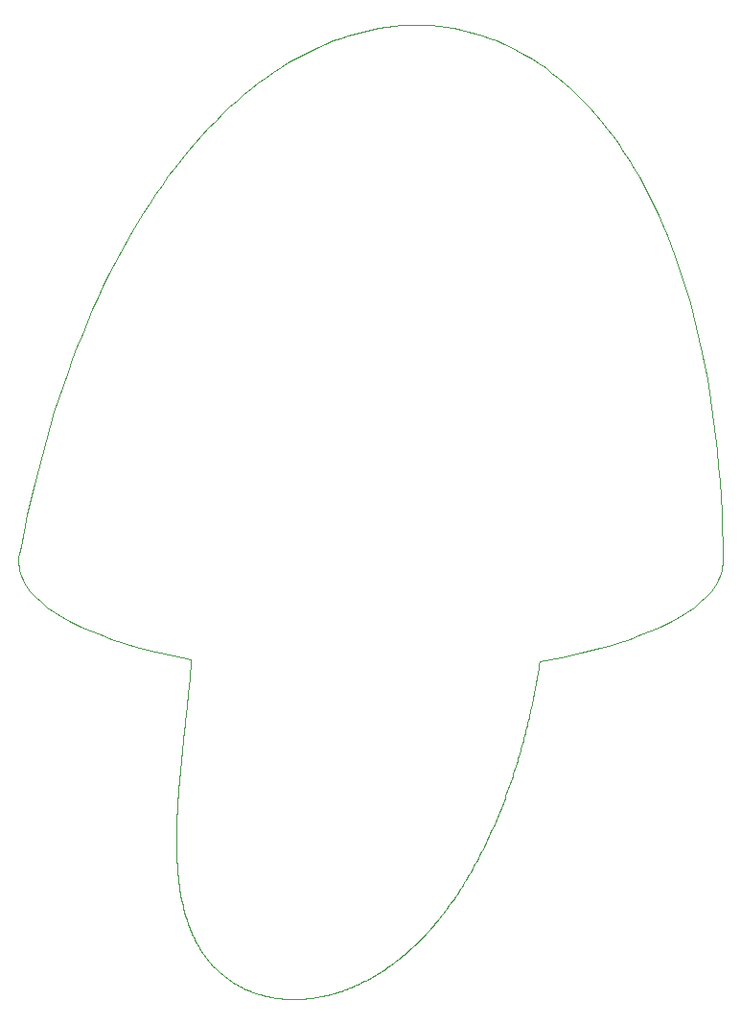
<source format=gbr>
%TF.GenerationSoftware,KiCad,Pcbnew,7.0.1*%
%TF.CreationDate,2023-05-31T17:56:53-07:00*%
%TF.ProjectId,GameOfShrooms2023,47616d65-4f66-4536-9872-6f6f6d733230,rev?*%
%TF.SameCoordinates,Original*%
%TF.FileFunction,Profile,NP*%
%FSLAX46Y46*%
G04 Gerber Fmt 4.6, Leading zero omitted, Abs format (unit mm)*
G04 Created by KiCad (PCBNEW 7.0.1) date 2023-05-31 17:56:53*
%MOMM*%
%LPD*%
G01*
G04 APERTURE LIST*
%TA.AperFunction,Profile*%
%ADD10C,0.100000*%
%TD*%
G04 APERTURE END LIST*
D10*
X153759900Y-123854000D02*
X153870600Y-123684300D01*
X145031200Y-131918000D02*
X145175600Y-131849400D01*
X152702200Y-47512170D02*
X152046400Y-47430090D01*
X139508100Y-133277900D02*
X139651000Y-133273900D01*
X132319800Y-130573400D02*
X132416600Y-130668700D01*
X171656700Y-100391000D02*
X172470800Y-99989900D01*
X140706300Y-49606490D02*
X140043300Y-49943560D01*
X155928900Y-48273170D02*
X155291400Y-48074300D01*
X128867800Y-119862900D02*
X128871100Y-120056300D01*
X156686800Y-118456500D02*
X156776900Y-118254200D01*
X129550200Y-125489100D02*
X129592500Y-125644400D01*
X154649700Y-47898740D02*
X154004000Y-47746510D01*
X138798700Y-133273900D02*
X138939900Y-133277900D01*
X140514600Y-133212200D02*
X140659400Y-133196000D01*
X125421600Y-64765000D02*
X124897100Y-65647800D01*
X129537600Y-109885600D02*
X129513800Y-110109800D01*
X156035300Y-119844300D02*
X156130600Y-119649000D01*
X172934000Y-67777200D02*
X172577800Y-66820200D01*
X144306500Y-132236000D02*
X144451700Y-132175800D01*
X116330100Y-87857600D02*
X116015200Y-89195400D01*
X130208300Y-127401300D02*
X130268700Y-127538500D01*
X173923800Y-99144300D02*
X174559100Y-98700200D01*
X116657200Y-86541400D02*
X116330100Y-87857600D01*
X138658100Y-133267900D02*
X138798700Y-133273900D01*
X139651000Y-133273900D02*
X139794300Y-133267900D01*
X121258700Y-100777200D02*
X122183200Y-101148300D01*
X143431900Y-132562500D02*
X143577900Y-132512400D01*
X136740900Y-133001900D02*
X136874100Y-133032200D01*
X138099900Y-133226700D02*
X138238700Y-133239500D01*
X140081500Y-133250900D02*
X140225700Y-133239700D01*
X175962500Y-79808400D02*
X175759000Y-78600700D01*
X129585400Y-109437000D02*
X129561600Y-109661300D01*
X131945700Y-130175900D02*
X132037400Y-130277800D01*
X129824900Y-126400700D02*
X129875400Y-126548000D01*
X174796500Y-73997900D02*
X174520000Y-72904200D01*
X132514500Y-130762300D02*
X132613600Y-130854500D01*
X131101600Y-129069500D02*
X131179900Y-129187300D01*
X138067400Y-51093320D02*
X137414100Y-51522700D01*
X145319700Y-131779100D02*
X145463700Y-131707300D01*
X148000500Y-130134200D02*
X148137900Y-130031500D01*
X129306500Y-112114200D02*
X129284600Y-112335100D01*
X177091100Y-95160700D02*
X177124500Y-94881600D01*
X149749200Y-128677400D02*
X149880300Y-128554500D01*
X151034300Y-127380900D02*
X151159500Y-127243000D01*
X131179900Y-129187300D02*
X131259600Y-129303500D01*
X129052800Y-114947700D02*
X129036600Y-115161700D01*
X130660100Y-128331000D02*
X130730200Y-128457900D01*
X129875400Y-126548000D02*
X129927300Y-126693600D01*
X129104400Y-114302300D02*
X129086700Y-114518000D01*
X152046400Y-47430090D02*
X151387800Y-47371430D01*
X129200300Y-123863700D02*
X129229400Y-124032000D01*
X148817800Y-129494700D02*
X148952300Y-129382500D01*
X128992000Y-115799300D02*
X128978400Y-116010400D01*
X134007500Y-131897500D02*
X134122200Y-131965900D01*
X137823600Y-133195600D02*
X137961400Y-133212000D01*
X174520000Y-72904200D02*
X174229600Y-71833200D01*
X129592500Y-125644400D02*
X129636300Y-125798400D01*
X154198700Y-123168100D02*
X154306600Y-122993500D01*
X114925500Y-94277900D02*
X114909600Y-94599300D01*
X153196400Y-124682200D02*
X153310400Y-124519100D01*
X114920800Y-94881500D02*
X114954200Y-95160600D01*
X129074300Y-123003600D02*
X129097000Y-123178100D01*
X130024500Y-105176500D02*
X130003300Y-105399100D01*
X133780900Y-131755800D02*
X133893700Y-131827600D01*
X153354800Y-47617650D02*
X152702200Y-47512170D01*
X115593800Y-96766100D02*
X115769200Y-97021400D01*
X124187900Y-101844400D02*
X125576300Y-102254600D01*
X118121500Y-99144200D02*
X118818200Y-99574100D01*
X134238100Y-132032600D02*
X134354900Y-132097400D01*
X152616400Y-125477000D02*
X152733600Y-125320900D01*
X157799100Y-115759700D02*
X157879300Y-115546800D01*
X134591500Y-132221900D02*
X134711000Y-132281700D01*
X176853000Y-87532800D02*
X176745100Y-86188500D01*
X115046000Y-93647600D02*
X114971700Y-93960700D01*
X129490100Y-110333400D02*
X129466500Y-110557100D01*
X157042600Y-117642300D02*
X157129700Y-117436500D01*
X140949400Y-133158100D02*
X141094800Y-133136800D01*
X159119300Y-111827700D02*
X159184700Y-111604400D01*
X129032400Y-122651100D02*
X129052800Y-122828100D01*
X175641300Y-97764900D02*
X175870500Y-97520900D01*
X128152800Y-60676900D02*
X127592800Y-61451100D01*
X145384200Y-47895460D02*
X144713800Y-48070290D01*
X114971700Y-93960700D02*
X114925500Y-94277900D01*
X171828500Y-64974500D02*
X171435800Y-64085900D01*
X157386600Y-116813800D02*
X157470600Y-116604600D01*
X133449000Y-131530300D02*
X133558600Y-131607100D01*
X130190800Y-103311600D02*
X130182600Y-103412000D01*
X153870600Y-123684300D02*
X153980700Y-123513500D01*
X167403200Y-57113500D02*
X166903800Y-56452900D01*
X155291400Y-48074300D02*
X154649700Y-47898740D01*
X128865400Y-119668400D02*
X128867800Y-119862900D01*
X129980800Y-126838000D02*
X130035500Y-126980900D01*
X176944100Y-88900000D02*
X176853000Y-87532800D01*
X143723800Y-132460400D02*
X143869600Y-132406800D01*
X128864200Y-119472900D02*
X128865400Y-119668400D01*
X149353200Y-129037000D02*
X149485700Y-128918500D01*
X164271300Y-53493400D02*
X163719400Y-52970400D01*
X128924400Y-121380700D02*
X128936300Y-121565700D01*
X162592600Y-51993420D02*
X162018100Y-51539510D01*
X158492300Y-113817200D02*
X158565100Y-113598100D01*
X128888300Y-117874900D02*
X128882200Y-118077900D01*
X129122700Y-114085700D02*
X129104400Y-114302300D01*
X156562000Y-48495340D02*
X155928900Y-48273170D01*
X129937600Y-106068700D02*
X129915300Y-106292400D01*
X160942900Y-103486800D02*
X162806900Y-103133600D01*
X176480000Y-83568100D02*
X176323200Y-82292100D01*
X127044600Y-102635500D02*
X128585400Y-102987700D01*
X151777400Y-126532200D02*
X151899200Y-126385500D01*
X176620700Y-84866900D02*
X176480000Y-83568100D01*
X176959700Y-95709400D02*
X177036000Y-95436700D01*
X144161100Y-132294700D02*
X144306500Y-132236000D01*
X129241900Y-112775800D02*
X129221100Y-112995500D01*
X118468300Y-80284900D02*
X118083400Y-81492900D01*
X175870500Y-97520900D02*
X176082300Y-97273100D01*
X135473600Y-52948900D02*
X134834000Y-53470300D01*
X159053000Y-112050600D02*
X159119300Y-111827700D01*
X128941600Y-116639200D02*
X128930800Y-116847100D01*
X177135700Y-94596400D02*
X177114200Y-93138200D01*
X128895100Y-120819500D02*
X128903700Y-121007800D01*
X137007900Y-133060800D02*
X137142400Y-133087500D01*
X176745200Y-96244800D02*
X176862600Y-95978800D01*
X140804400Y-133177900D02*
X140949400Y-133158100D01*
X152379900Y-125785600D02*
X152498300Y-125631900D01*
X141823700Y-133003900D02*
X141969800Y-132972100D01*
X160446200Y-106411900D02*
X160490000Y-106186100D01*
X129509200Y-125332300D02*
X129550200Y-125489100D01*
X130801700Y-128583300D02*
X130874700Y-128707100D01*
X129013500Y-122473100D02*
X129032400Y-122651100D01*
X174559100Y-98700200D02*
X175132300Y-98240800D01*
X130126200Y-104069800D02*
X130106600Y-104290300D01*
X156954900Y-117847300D02*
X157042600Y-117642300D01*
X128995600Y-122294000D02*
X129013500Y-122473100D01*
X149398600Y-47335410D02*
X148731800Y-47370460D01*
X116996300Y-85246800D02*
X116657200Y-86541400D01*
X158848900Y-112716800D02*
X158917700Y-112495200D01*
X160615800Y-105510400D02*
X160655800Y-105285900D01*
X149220000Y-129153600D02*
X149353200Y-129037000D01*
X159735000Y-109580300D02*
X159791800Y-109354200D01*
X163719400Y-52970400D02*
X163159800Y-52470400D01*
X158115200Y-114903000D02*
X158192200Y-114687100D01*
X129775600Y-126252300D02*
X129824900Y-126400700D01*
X134122200Y-131965900D02*
X134238100Y-132032600D01*
X128585400Y-102987700D02*
X130190800Y-103311600D01*
X150781800Y-127652100D02*
X150908300Y-127517200D01*
X134198600Y-54014700D02*
X133567400Y-54582000D01*
X152498300Y-125631900D02*
X152616400Y-125477000D01*
X142262100Y-132903800D02*
X142408300Y-132867200D01*
X159847600Y-109128000D02*
X159902700Y-108901800D01*
X152850400Y-125163100D02*
X152966400Y-125004200D01*
X139081300Y-133279900D02*
X139223400Y-133280900D01*
X145607400Y-131633600D02*
X145750700Y-131558500D01*
X120114400Y-75669300D02*
X119687300Y-76790700D01*
X150010800Y-128430100D02*
X150140600Y-128304300D01*
X119687300Y-76790700D02*
X119270500Y-77933800D01*
X130149400Y-127262600D02*
X130208300Y-127401300D01*
X146887100Y-130898000D02*
X147027600Y-130808100D01*
X159438100Y-110707600D02*
X159499400Y-110482600D01*
X160848200Y-50700930D02*
X160253300Y-50316310D01*
X129915300Y-106292400D02*
X129892600Y-106516600D01*
X129681300Y-125951000D02*
X129727800Y-126102300D01*
X157301600Y-117022100D02*
X157386600Y-116813800D01*
X128953100Y-116430200D02*
X128941600Y-116639200D01*
X132319100Y-55785300D02*
X131702400Y-56421300D01*
X159956600Y-108675400D02*
X160009800Y-108449000D01*
X148137900Y-130031500D02*
X148274900Y-129927400D01*
X159559600Y-110257400D02*
X159618900Y-110031900D01*
X120998200Y-73491500D02*
X120551400Y-74569600D01*
X129981800Y-105622000D02*
X129960000Y-105845300D01*
X160213000Y-107542800D02*
X160261600Y-107316400D01*
X140370100Y-133226900D02*
X140514600Y-133212200D01*
X146054600Y-47743880D02*
X145384200Y-47895460D01*
X144451700Y-132175800D02*
X144596900Y-132113900D01*
X139223400Y-133280900D02*
X139365600Y-133279900D01*
X115963000Y-97273000D02*
X116174800Y-97520800D01*
X151408500Y-126962900D02*
X151532000Y-126820700D01*
X160875500Y-103946500D02*
X160908700Y-103724900D01*
X161436500Y-51108670D02*
X160848200Y-50700930D01*
X175759000Y-78600700D02*
X175540400Y-77415800D01*
X148063700Y-47428850D02*
X147394600Y-47510560D01*
X162806900Y-103133600D02*
X164585300Y-102741300D01*
X129291400Y-124364700D02*
X129324400Y-124529300D01*
X133340600Y-131451800D02*
X133449000Y-131530300D01*
X128978400Y-116010400D02*
X128965500Y-116220600D01*
X129069500Y-114733300D02*
X129052800Y-114947700D01*
X128875500Y-120248600D02*
X128881000Y-120440100D01*
X148952300Y-129382500D02*
X149086500Y-129268900D01*
X155247500Y-121367400D02*
X155348500Y-121181000D01*
X154413900Y-122817600D02*
X154520600Y-122640600D01*
X129180400Y-113433200D02*
X129160800Y-113651200D01*
X136608500Y-132969900D02*
X136740900Y-133001900D01*
X158418400Y-114035600D02*
X158492300Y-113817200D01*
X130086700Y-104511100D02*
X130066300Y-104732500D01*
X123160200Y-101504200D02*
X124187900Y-101844400D01*
X134831800Y-132339800D02*
X134953200Y-132396000D01*
X131766400Y-129967400D02*
X131855400Y-130072400D01*
X156866300Y-118051200D02*
X156954900Y-117847300D01*
X130948800Y-128829600D02*
X131024600Y-128950300D01*
X155448700Y-120993300D02*
X155548200Y-120804500D01*
X133233300Y-131371400D02*
X133340600Y-131451800D01*
X127039500Y-62247000D02*
X126493100Y-63064600D01*
X129633400Y-108987900D02*
X129609400Y-109212500D01*
X160655800Y-105285900D02*
X160694700Y-105061600D01*
X134472600Y-132160500D02*
X134591500Y-132221900D01*
X151899200Y-126385500D02*
X152020200Y-126237800D01*
X140225700Y-133239700D02*
X140370100Y-133226900D01*
X159376000Y-110932300D02*
X159438100Y-110707600D01*
X133127000Y-131289500D02*
X133233300Y-131371400D01*
X156412000Y-119057300D02*
X156504400Y-118858000D01*
X159791800Y-109354200D02*
X159847600Y-109128000D01*
X141094800Y-133136800D02*
X141240400Y-133113600D01*
X167892900Y-57797000D02*
X167403200Y-57113500D01*
X160253300Y-50316310D02*
X159652200Y-49954840D01*
X155043100Y-121737200D02*
X155145600Y-121552800D01*
X129960000Y-105845300D02*
X129937600Y-106068700D01*
X160806100Y-104391100D02*
X160841400Y-104168500D01*
X132815400Y-131033400D02*
X132918100Y-131120500D01*
X128963700Y-121932100D02*
X128979000Y-122113700D01*
X131678600Y-129860700D02*
X131766400Y-129967400D01*
X149485700Y-128918500D02*
X149617700Y-128798800D01*
X158985700Y-112273200D02*
X159053000Y-112050600D01*
X143869600Y-132406800D02*
X144015400Y-132351700D01*
X156776900Y-118254200D02*
X156866300Y-118051200D01*
X151655100Y-126677200D02*
X151777400Y-126532200D01*
X151284300Y-127103700D02*
X151408500Y-126962900D01*
X137414100Y-51522700D02*
X136763900Y-51975110D01*
X130091700Y-127122500D02*
X130149400Y-127262600D01*
X166271100Y-102311200D02*
X167077100Y-102082400D01*
X154306600Y-122993500D02*
X154413900Y-122817600D01*
X155939400Y-120038500D02*
X156035300Y-119844300D01*
X157129700Y-117436500D02*
X157216200Y-117229600D01*
X138238700Y-133239500D02*
X138378100Y-133250900D01*
X129636300Y-125798400D02*
X129681300Y-125951000D01*
X160532900Y-105960500D02*
X160574800Y-105735400D01*
X129284600Y-112335100D02*
X129263200Y-112555700D01*
X120388600Y-100390900D02*
X121258700Y-100777200D01*
X136763900Y-51975110D02*
X136116900Y-52450500D01*
X147724600Y-130334900D02*
X147862800Y-130235400D01*
X176862600Y-95978800D02*
X176959700Y-95709400D01*
X152140800Y-126088400D02*
X152260600Y-125937700D01*
X150063200Y-47324480D02*
X150064000Y-47323720D01*
X168885100Y-101504300D02*
X169862100Y-101148400D01*
X138723600Y-50686990D02*
X138067400Y-51093320D01*
X142993300Y-132703200D02*
X143139600Y-132658000D01*
X130045600Y-104954300D02*
X130024500Y-105176500D01*
X150726700Y-47336220D02*
X150063200Y-47324480D01*
X128965500Y-116220600D02*
X128953100Y-116430200D01*
X141386000Y-133088700D02*
X141531900Y-133062000D01*
X156504400Y-118858000D02*
X156595900Y-118657600D01*
X118818200Y-99574100D02*
X119574400Y-99989800D01*
X158708600Y-113158500D02*
X158779300Y-112938000D01*
X177135700Y-94597400D02*
X177135700Y-94596400D01*
X115085600Y-95709300D02*
X115182700Y-95978700D01*
X135700700Y-132697400D02*
X135828000Y-132741600D01*
X176451500Y-96766200D02*
X176608000Y-96507300D01*
X148274900Y-129927400D02*
X148411200Y-129821500D01*
X152260600Y-125937700D02*
X152379900Y-125785600D01*
X128887600Y-120630300D02*
X128895100Y-120819500D01*
X144886600Y-131984900D02*
X145031200Y-131918000D01*
X155348500Y-121181000D02*
X155448700Y-120993300D01*
X147585900Y-130432700D02*
X147724600Y-130334900D01*
X128913400Y-121194900D02*
X128924400Y-121380700D01*
X153423800Y-124354800D02*
X153536600Y-124189200D01*
X135075700Y-132450500D02*
X135199000Y-132503300D01*
X115146100Y-93338600D02*
X115046000Y-93647600D01*
X129358700Y-124692600D02*
X129394300Y-124854400D01*
X144015400Y-132351700D02*
X144161100Y-132294700D01*
X169750400Y-60759100D02*
X169301600Y-59984400D01*
X156225100Y-119452700D02*
X156319000Y-119255500D01*
X145750700Y-131558500D02*
X145893800Y-131481700D01*
X171435800Y-64085900D02*
X171031400Y-63220000D01*
X129036600Y-115161700D02*
X129021300Y-115374900D01*
X157636400Y-116183800D02*
X157718100Y-115972100D01*
X146179100Y-131323000D02*
X146321400Y-131241400D01*
X134354900Y-132097400D02*
X134472600Y-132160500D01*
X150064000Y-47323720D02*
X150064000Y-47323720D01*
X121454500Y-72435200D02*
X120998200Y-73491500D01*
X135323200Y-132554500D02*
X135448100Y-132603900D01*
X132940800Y-55172200D02*
X132319100Y-55785300D01*
X129324400Y-124529300D02*
X129358700Y-124692600D01*
X158432300Y-49301400D02*
X157814000Y-49009470D01*
X137277500Y-133112600D02*
X137413200Y-133136000D01*
X158779300Y-112938000D02*
X158848900Y-112716800D01*
X129823600Y-107189500D02*
X129800200Y-107414300D01*
X128930800Y-116847100D02*
X128920600Y-117054400D01*
X128902700Y-117466400D02*
X128895200Y-117671200D01*
X139937800Y-133259900D02*
X140081500Y-133250900D01*
X120551400Y-74569600D02*
X120114400Y-75669300D01*
X122183200Y-101148300D02*
X123160200Y-101504200D01*
X130874700Y-128707100D02*
X130948800Y-128829600D01*
X169301600Y-59984400D02*
X168842300Y-59232500D01*
X137142400Y-133087500D02*
X137277500Y-133112600D01*
X129121000Y-123351300D02*
X129146000Y-123523400D01*
X142037600Y-49001730D02*
X141371200Y-49292540D01*
X173227100Y-99574200D02*
X173923800Y-99144300D01*
X132037400Y-130277800D02*
X132130200Y-130377900D01*
X129146000Y-123523400D02*
X129172600Y-123694100D01*
X119270500Y-77933800D02*
X118864100Y-79098500D01*
X156319000Y-119255500D02*
X156412000Y-119057300D01*
X130003300Y-105399100D02*
X129981800Y-105622000D01*
X148411200Y-129821500D02*
X148547200Y-129714200D01*
X115182700Y-95978700D02*
X115300100Y-96244700D01*
X171031400Y-63220000D02*
X170615500Y-62376900D01*
X130106600Y-104290300D02*
X130086700Y-104511100D01*
X129776700Y-107639000D02*
X129752900Y-107863800D01*
X137961400Y-133212000D02*
X138099900Y-133226700D01*
X115437300Y-96507200D02*
X115593800Y-96766100D01*
X114954200Y-95160600D02*
X115009300Y-95436600D01*
X131702400Y-56421300D02*
X131091100Y-57080200D01*
X157879300Y-115546800D02*
X157958600Y-115332800D01*
X148731800Y-47370460D02*
X148063700Y-47428850D01*
X160490000Y-106186100D02*
X160532900Y-105960500D01*
X157470600Y-116604600D02*
X157553900Y-116394600D01*
X144596900Y-132113900D02*
X144741900Y-132050100D01*
X128865400Y-119079200D02*
X128864200Y-119276400D01*
X129052800Y-122828100D02*
X129074300Y-123003600D01*
X130393500Y-127808500D02*
X130458100Y-127941300D01*
X132130200Y-130377900D02*
X132224500Y-130476600D01*
X129419700Y-111003700D02*
X129396600Y-111226300D01*
X160770100Y-104614200D02*
X160806100Y-104391100D01*
X115712800Y-90554900D02*
X115423000Y-91935900D01*
X141677700Y-133033800D02*
X141823700Y-133003900D01*
X131259600Y-129303500D02*
X131340800Y-129418100D01*
X136874100Y-133032200D02*
X137007900Y-133060800D01*
X159249300Y-111380800D02*
X159313100Y-111156600D01*
X150270000Y-128176700D02*
X150398800Y-128047700D01*
X176150600Y-81038800D02*
X175962500Y-79808400D01*
X138939900Y-133277900D02*
X139081300Y-133279900D01*
X149617700Y-128798800D02*
X149749200Y-128677400D01*
X129609400Y-109212500D02*
X129585400Y-109437000D01*
X153310400Y-124519100D02*
X153423800Y-124354800D01*
X158343700Y-114253400D02*
X158418400Y-114035600D01*
X132613600Y-130854500D02*
X132714000Y-130944800D01*
X129328600Y-111892800D02*
X129306500Y-112114200D01*
X147167800Y-130716800D02*
X147307500Y-130623600D01*
X130591500Y-128202700D02*
X130660100Y-128331000D01*
X140043300Y-49943560D02*
X139382300Y-50303730D01*
X160261600Y-107316400D02*
X160309200Y-107090000D01*
X170188400Y-61556600D02*
X169750400Y-60759100D01*
X128871100Y-120056300D02*
X128875500Y-120248600D01*
X176276100Y-97021500D02*
X176451500Y-96766200D01*
X136215000Y-132863600D02*
X136345500Y-132900600D01*
X160309200Y-107090000D02*
X160355700Y-106863700D01*
X128979000Y-122113700D02*
X128995600Y-122294000D01*
X158917700Y-112495200D02*
X158985700Y-112273200D01*
X160062000Y-108222300D02*
X160113300Y-107995900D01*
X159677600Y-109806300D02*
X159735000Y-109580300D01*
X173925500Y-70785000D02*
X173608100Y-69759700D01*
X146724800Y-47615580D02*
X146054600Y-47743880D01*
X129846700Y-106965200D02*
X129823600Y-107189500D01*
X130035500Y-126980900D02*
X130091700Y-127122500D01*
X151387800Y-47371430D02*
X150726700Y-47336220D01*
X122878500Y-69396100D02*
X122394900Y-70387500D01*
X130524100Y-128072800D02*
X130591500Y-128202700D01*
X135199000Y-132503300D02*
X135323200Y-132554500D01*
X152966400Y-125004200D02*
X153081700Y-124843800D01*
X162018100Y-51539510D02*
X161436500Y-51108670D01*
X132714000Y-130944800D02*
X132815400Y-131033400D01*
X164585300Y-102741300D02*
X166271100Y-102311200D01*
X177074900Y-91702700D02*
X177018100Y-90289900D01*
X129729100Y-108088700D02*
X129705300Y-108313500D01*
X129466500Y-110557100D02*
X129443100Y-110780600D01*
X115009300Y-95436600D02*
X115085600Y-95709300D01*
X142847100Y-132746800D02*
X142993300Y-132703200D01*
X148682700Y-129605200D02*
X148817800Y-129494700D01*
X129681300Y-108538200D02*
X129657300Y-108763200D01*
X176323200Y-82292100D02*
X176150600Y-81038800D01*
X155745400Y-120423600D02*
X155842800Y-120231500D01*
X147394600Y-47510560D02*
X146724800Y-47615580D01*
X163159800Y-52470400D02*
X162592600Y-51993420D01*
X117347200Y-83973900D02*
X116996300Y-85246800D01*
X168842300Y-59232500D02*
X168372700Y-58503300D01*
X130458100Y-127941300D02*
X130524100Y-128072800D01*
X128876900Y-118279900D02*
X128872700Y-118481100D01*
X144043700Y-48268340D02*
X143374100Y-48489620D01*
X146036700Y-131403200D02*
X146179100Y-131323000D01*
X147027600Y-130808100D02*
X147167800Y-130716800D01*
X160841400Y-104168500D02*
X160875500Y-103946500D01*
X149086500Y-129268900D02*
X149220000Y-129153600D01*
X116174800Y-97520800D02*
X116404000Y-97764800D01*
X129263200Y-112555700D02*
X129241900Y-112775800D01*
X142115800Y-132938900D02*
X142262100Y-132903800D01*
X151532000Y-126820700D02*
X151655100Y-126677200D01*
X133022000Y-131205700D02*
X133127000Y-131289500D01*
X149880300Y-128554500D02*
X150010800Y-128430100D01*
X177114200Y-93138200D02*
X177074900Y-91702700D01*
X134834000Y-53470300D02*
X134198600Y-54014700D01*
X159902700Y-108901800D02*
X159956600Y-108675400D01*
X175306900Y-76253700D02*
X175058900Y-75114400D01*
X153081700Y-124843800D02*
X153196400Y-124682200D01*
X160163600Y-107769200D02*
X160213000Y-107542800D01*
X139794300Y-133267900D02*
X139937800Y-133259900D01*
X158192200Y-114687100D02*
X158268400Y-114470600D01*
X154731700Y-122282800D02*
X154836300Y-122102100D01*
X128920600Y-117054400D02*
X128911300Y-117260800D01*
X143577900Y-132512400D02*
X143723800Y-132460400D01*
X173277500Y-68757100D02*
X172934000Y-67777200D01*
X157958600Y-115332800D02*
X158037300Y-115118300D01*
X139382300Y-50303730D02*
X138723600Y-50686990D01*
X158037300Y-115118300D02*
X158115200Y-114903000D01*
X174229600Y-71833200D02*
X173925500Y-70785000D01*
X166903800Y-56452900D02*
X166395000Y-55815100D01*
X155145600Y-121552800D02*
X155247500Y-121367400D01*
X133567400Y-54582000D02*
X132940800Y-55172200D01*
X157216200Y-117229600D02*
X157301600Y-117022100D01*
X160908700Y-103724900D02*
X160940900Y-103503900D01*
X145893800Y-131481700D02*
X146036700Y-131403200D01*
X129160800Y-113651200D02*
X129141500Y-113868800D01*
X131855400Y-130072400D02*
X131945700Y-130175900D01*
X129396600Y-111226300D02*
X129373700Y-111448800D01*
X147862800Y-130235400D02*
X148000500Y-130134200D01*
X134953200Y-132396000D02*
X135075700Y-132450500D01*
X135448100Y-132603900D02*
X135574000Y-132651500D01*
X175132300Y-98240800D02*
X175641300Y-97764900D01*
X128949400Y-121749400D02*
X128963700Y-121932100D01*
X129513800Y-110109800D02*
X129490100Y-110333400D01*
X129200400Y-113214500D02*
X129180400Y-113433200D01*
X141969800Y-132972100D02*
X142115800Y-132938900D01*
X147447000Y-130528900D02*
X147585900Y-130432700D01*
X159184700Y-111604400D02*
X159249300Y-111380800D01*
X155548200Y-120804500D02*
X155647100Y-120614700D01*
X160113300Y-107995900D02*
X160163600Y-107769200D01*
X159618900Y-110031900D02*
X159677600Y-109806300D01*
X143285600Y-132611100D02*
X143431900Y-132562500D01*
X125953700Y-63904000D02*
X125421600Y-64765000D01*
X137413200Y-133136000D02*
X137549400Y-133157700D01*
X130164100Y-103630600D02*
X130145400Y-103849900D01*
X129727800Y-126102300D02*
X129775600Y-126252300D01*
X130066300Y-104732500D02*
X130045600Y-104954300D01*
X129229400Y-124032000D02*
X129259900Y-124199100D01*
X170786600Y-100777300D02*
X171656700Y-100391000D01*
X144741900Y-132050100D02*
X144886600Y-131984900D01*
X159045100Y-49616520D02*
X158432300Y-49301400D01*
X176608000Y-96507300D02*
X176745200Y-96244800D01*
X160694700Y-105061600D02*
X160732800Y-104837700D01*
X130330300Y-127674300D02*
X130393500Y-127808500D01*
X150064000Y-47323720D02*
X149398600Y-47335410D01*
X133669100Y-131682200D02*
X133780900Y-131755800D01*
X160355700Y-106863700D02*
X160401600Y-106637700D01*
X159313100Y-111156600D02*
X159376000Y-110932300D01*
X177135700Y-94599400D02*
X177135700Y-94597400D01*
X129221100Y-112995500D02*
X129200400Y-113214500D01*
X166395000Y-55815100D02*
X165877100Y-55200300D01*
X129021300Y-115374900D02*
X129006300Y-115587400D01*
X142554600Y-132828700D02*
X142700800Y-132788500D01*
X129373700Y-111448800D02*
X129351100Y-111671000D01*
X153980700Y-123513500D02*
X154090100Y-123341300D01*
X128882200Y-118077900D02*
X128876900Y-118279900D01*
X177018100Y-90289900D02*
X176944100Y-88900000D01*
X165350400Y-54608400D02*
X164815000Y-54039400D01*
X146321400Y-131241400D02*
X146463200Y-131157900D01*
X132224500Y-130476600D02*
X132319800Y-130573400D01*
X145175600Y-131849400D02*
X145319700Y-131779100D01*
X176745100Y-86188500D02*
X176620700Y-84866900D01*
X155842800Y-120231500D02*
X155939400Y-120038500D01*
X153536600Y-124189200D02*
X153648600Y-124022100D01*
X167857400Y-101844600D02*
X168885100Y-101504300D01*
X135574000Y-132651500D02*
X135700700Y-132697400D01*
X127592800Y-61451100D02*
X127039500Y-62247000D01*
X157553900Y-116394600D02*
X157636400Y-116183800D01*
X116912900Y-98240700D02*
X117486100Y-98700100D01*
X136476600Y-132936200D02*
X136608500Y-132969900D01*
X168372700Y-58503300D02*
X167892900Y-57797000D01*
X129443100Y-110780600D02*
X129419700Y-111003700D01*
X169862100Y-101148400D02*
X170786600Y-100777300D01*
X129469400Y-125174500D02*
X129509200Y-125332300D01*
X160574800Y-105735400D02*
X160615800Y-105510400D01*
X141371200Y-49292540D02*
X140706300Y-49606490D01*
X130485400Y-57761900D02*
X129885400Y-58466500D01*
X146463200Y-131157900D02*
X146604900Y-131072900D01*
X128895200Y-117671200D02*
X128888300Y-117874900D01*
X128881000Y-120440100D02*
X128887600Y-120630300D01*
X160401600Y-106637700D02*
X160446200Y-106411900D01*
X128864200Y-119276400D02*
X128864200Y-119472900D01*
X177124500Y-94881600D02*
X177135700Y-94599400D01*
X136345500Y-132900600D02*
X136476600Y-132936200D01*
X173608100Y-69759700D02*
X173277500Y-68757100D01*
X150398800Y-128047700D02*
X150527000Y-127917500D01*
X117486100Y-98700100D02*
X118121500Y-99144200D01*
X156595900Y-118657600D02*
X156686800Y-118456500D01*
X151159500Y-127243000D02*
X151284300Y-127103700D01*
X141240400Y-133113600D02*
X141386000Y-133088700D01*
X143374100Y-48489620D02*
X142705300Y-48734090D01*
X129657300Y-108763200D02*
X129633400Y-108987900D01*
X132416600Y-130668700D02*
X132514500Y-130762300D01*
X131592100Y-129752300D02*
X131678600Y-129860700D01*
X121920200Y-71400500D02*
X121454500Y-72435200D01*
X158565100Y-113598100D02*
X158637300Y-113378600D01*
X137686100Y-133177500D02*
X137823600Y-133195600D01*
X138517800Y-133259900D02*
X138658100Y-133267900D01*
X129006300Y-115587400D02*
X128992000Y-115799300D01*
X119574400Y-99989800D02*
X120388600Y-100390900D01*
X135956100Y-132783900D02*
X136085100Y-132824700D01*
X164815000Y-54039400D02*
X164271300Y-53493400D01*
X154940000Y-121920000D02*
X155043100Y-121737200D01*
X128911300Y-117260800D02*
X128902700Y-117466400D01*
X175540400Y-77415800D02*
X175306900Y-76253700D01*
X154626500Y-122462300D02*
X154731700Y-122282800D01*
X154836300Y-122102100D02*
X154940000Y-121920000D01*
X154004000Y-47746510D02*
X153354800Y-47617650D01*
X130182600Y-103412000D02*
X130164100Y-103630600D01*
X170615500Y-62376900D02*
X170188400Y-61556600D01*
X115769200Y-97021400D02*
X115963000Y-97273000D01*
X152020200Y-126237800D02*
X152140800Y-126088400D01*
X118083400Y-81492900D02*
X117709700Y-82722600D01*
X114909600Y-94599300D02*
X114920800Y-94881500D01*
X128867000Y-118880700D02*
X128865400Y-119079200D01*
X129431100Y-125015200D02*
X129469400Y-125174500D01*
X172470800Y-99989900D02*
X173227100Y-99574200D01*
X167077100Y-102082400D02*
X167857400Y-101844600D01*
X142408300Y-132867200D02*
X142554600Y-132828700D01*
X142705300Y-48734090D02*
X142037600Y-49001730D01*
X172577800Y-66820200D02*
X172209300Y-65886000D01*
X147307500Y-130623600D02*
X147447000Y-130528900D01*
X128936300Y-121565700D02*
X128949400Y-121749400D01*
X141531900Y-133062000D02*
X141677700Y-133033800D01*
X129259900Y-124199100D02*
X129291400Y-124364700D01*
X134711000Y-132281700D02*
X134831800Y-132339800D01*
X139365600Y-133279900D02*
X139508100Y-133277900D01*
X129752900Y-107863800D02*
X129729100Y-108088700D01*
X128903700Y-121007800D02*
X128913400Y-121194900D01*
X137549400Y-133157700D02*
X137686100Y-133177500D01*
X129086700Y-114518000D02*
X129069500Y-114733300D01*
X158637300Y-113378600D02*
X158708600Y-113158500D01*
X130145400Y-103849900D02*
X130126200Y-104069800D01*
X129885400Y-58466500D02*
X129291600Y-59193800D01*
X150908300Y-127517200D02*
X151034300Y-127380900D01*
X128719100Y-59924500D02*
X128152800Y-60676900D01*
X115300100Y-96244700D02*
X115437300Y-96507200D01*
X150527000Y-127917500D02*
X150654700Y-127785500D01*
X133558600Y-131607100D02*
X133669100Y-131682200D01*
X129394300Y-124854400D02*
X129431100Y-125015200D01*
X126493100Y-63064600D02*
X125953700Y-63904000D01*
X153648600Y-124022100D02*
X153759900Y-123854000D01*
X131423100Y-129531100D02*
X131506900Y-129642500D01*
X159499400Y-110482600D02*
X159559600Y-110257400D01*
X157190500Y-48740780D02*
X156562000Y-48495340D01*
X123871400Y-67478600D02*
X123370700Y-68426500D01*
X129561600Y-109661300D02*
X129537600Y-109885600D01*
X129172600Y-123694100D02*
X129200300Y-123863700D01*
X144713800Y-48070290D02*
X144043700Y-48268340D01*
X129097000Y-123178100D02*
X129121000Y-123351300D01*
X130730200Y-128457900D02*
X130801700Y-128583300D01*
X176082300Y-97273100D02*
X176276100Y-97021500D01*
X133893700Y-131827600D02*
X134007500Y-131897500D01*
X138378100Y-133250900D02*
X138517800Y-133259900D01*
X154090100Y-123341300D02*
X154198700Y-123168100D01*
X155647100Y-120614700D02*
X155745400Y-120423600D01*
X117709700Y-82722600D02*
X117347200Y-83973900D01*
X115423000Y-91935900D02*
X115146100Y-93338600D01*
X123370700Y-68426500D02*
X122878500Y-69396100D01*
X129141500Y-113868800D02*
X129122700Y-114085700D01*
X129800200Y-107414300D02*
X129776700Y-107639000D01*
X160009800Y-108449000D02*
X160062000Y-108222300D01*
X156130600Y-119649000D02*
X156225100Y-119452700D01*
X129291600Y-59193800D02*
X128719100Y-59924500D01*
X136116900Y-52450500D02*
X135473600Y-52948900D01*
X125576300Y-102254600D02*
X127044600Y-102635500D01*
X130268700Y-127538500D02*
X130330300Y-127674300D01*
X122394900Y-70387500D02*
X121920200Y-71400500D01*
X172209300Y-65886000D02*
X171828500Y-64974500D01*
X118864100Y-79098500D02*
X118468300Y-80284900D01*
X145463700Y-131707300D02*
X145607400Y-131633600D01*
X150654700Y-127785500D02*
X150781800Y-127652100D01*
X177036000Y-95436700D02*
X177091100Y-95160700D01*
X129927300Y-126693600D02*
X129980800Y-126838000D01*
X135828000Y-132741600D02*
X135956100Y-132783900D01*
X128869400Y-118681500D02*
X128867000Y-118880700D01*
X150140600Y-128304300D02*
X150270000Y-128176700D01*
X116015200Y-89195400D02*
X115712800Y-90554900D01*
X129869900Y-106740700D02*
X129846700Y-106965200D01*
X159652200Y-49954840D02*
X159045100Y-49616520D01*
X146604900Y-131072900D02*
X146746300Y-130986400D01*
X142700800Y-132788500D02*
X142847100Y-132746800D01*
X129892600Y-106516600D02*
X129869900Y-106740700D01*
X132918100Y-131120500D02*
X133022000Y-131205700D01*
X154520600Y-122640600D02*
X154626500Y-122462300D01*
X152733600Y-125320900D02*
X152850400Y-125163100D01*
X131506900Y-129642500D02*
X131592100Y-129752300D01*
X158268400Y-114470600D02*
X158343700Y-114253400D01*
X131340800Y-129418100D02*
X131423100Y-129531100D01*
X129351100Y-111671000D02*
X129328600Y-111892800D01*
X129705300Y-108313500D02*
X129681300Y-108538200D01*
X124897100Y-65647800D02*
X124380200Y-66552300D01*
X140659400Y-133196000D02*
X140804400Y-133177900D01*
X116404000Y-97764800D02*
X116912900Y-98240700D01*
X175058900Y-75114400D02*
X174796500Y-73997900D01*
X146746300Y-130986400D02*
X146887100Y-130898000D01*
X143139600Y-132658000D02*
X143285600Y-132611100D01*
X165877100Y-55200300D02*
X165350400Y-54608400D01*
X131091100Y-57080200D02*
X130485400Y-57761900D01*
X157718100Y-115972100D02*
X157799100Y-115759700D01*
X160732800Y-104837700D02*
X160770100Y-104614200D01*
X136085100Y-132824700D02*
X136215000Y-132863600D01*
X157814000Y-49009470D02*
X157190500Y-48740780D01*
X131024600Y-128950300D02*
X131101600Y-129069500D01*
X128872700Y-118481100D02*
X128869400Y-118681500D01*
X124380200Y-66552300D02*
X123871400Y-67478600D01*
X160940900Y-103503900D02*
X160942900Y-103486800D01*
X148547200Y-129714200D02*
X148682700Y-129605200D01*
M02*

</source>
